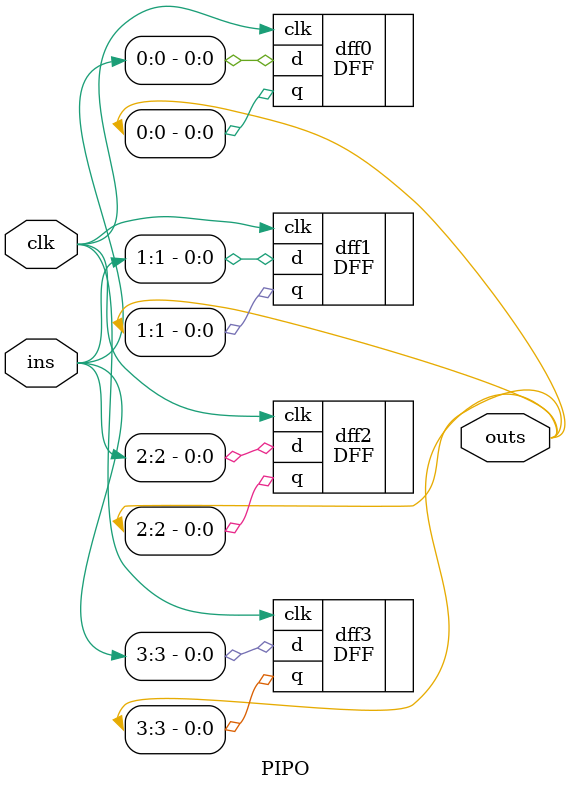
<source format=v>
module PIPO(
  input wire [3:0] ins,
  input clk,
  output wire [3:0] outs
);

  DFF dff0 (.clk(clk), .d(ins[0]), .q(outs[0]));
  DFF dff1 (.clk(clk), .d(ins[1]), .q(outs[1]));
  DFF dff2 (.clk(clk), .d(ins[2]), .q(outs[2]));
  DFF dff3 (.clk(clk), .d(ins[3]), .q(outs[3]));

endmodule


</source>
